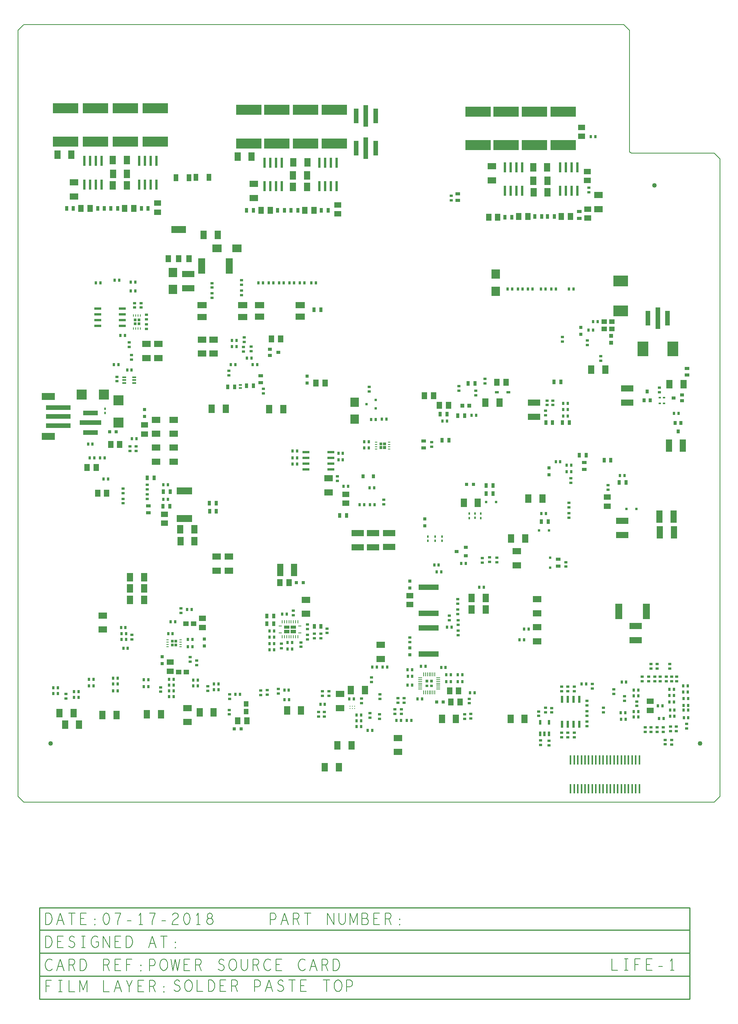
<source format=gbr>
G04 CAM350 V10.0.1 (Build 314) Date:  Tue Jul 17 14:43:08 2018 *
G04 Database: D:\LGR\2018\JULY\REL50470_POWER SOURCE BOARD\REL50470_FINAL.cam *
G04 Layer 17: SPPR *
%FSLAX25Y25*%
%MOIN*%
%SFA1.000B1.000*%

%MIA0B0*%
%IPPOS*%
%AMrect10x24xr2*
4,1,36,-0.00492,0.00984,-0.00488,0.01022,-0.00477,0.01059,-0.00459,0.01093,-0.00434,0.01123,-0.00404,0.01148,-0.00370,0.01166,-0.00333,0.01177,-0.00295,0.01181,0.00295,0.01181,0.00333,0.01177,0.00370,0.01166,0.00404,0.01148,0.00434,0.01123,0.00459,0.01093,0.00477,0.01059,0.00488,0.01022,0.00492,0.00984,0.00492,-0.00984,0.00488,-0.01022,0.00477,-0.01059,0.00459,-0.01093,0.00434,-0.01123,0.00404,-0.01148,0.00370,-0.01166,0.00333,-0.01177,0.00295,-0.01181,-0.00295,-0.01181,-0.00333,-0.01177,-0.00370,-0.01166,-0.00404,-0.01148,-0.00434,-0.01123,-0.00459,-0.01093,-0.00477,-0.01059,-0.00488,-0.01022,-0.00492,-0.00984,-0.00492,0.00984,0.00000*
%
%AMrect24x10xr2*
4,1,36,-0.01181,0.00295,-0.01177,0.00333,-0.01166,0.00370,-0.01148,0.00404,-0.01123,0.00434,-0.01093,0.00459,-0.01059,0.00477,-0.01022,0.00488,-0.00984,0.00492,0.00984,0.00492,0.01022,0.00488,0.01059,0.00477,0.01093,0.00459,0.01123,0.00434,0.01148,0.00404,0.01166,0.00370,0.01177,0.00333,0.01181,0.00295,0.01181,-0.00295,0.01177,-0.00333,0.01166,-0.00370,0.01148,-0.00404,0.01123,-0.00434,0.01093,-0.00459,0.01059,-0.00477,0.01022,-0.00488,0.00984,-0.00492,-0.00984,-0.00492,-0.01022,-0.00488,-0.01059,-0.00477,-0.01093,-0.00459,-0.01123,-0.00434,-0.01148,-0.00404,-0.01166,-0.00370,-0.01177,-0.00333,-0.01181,-0.00295,-0.01181,0.00295,0.00000*
%
%ADD10C,0.00600*%
%ADD12C,0.01000*%
%ADD18R,0.04528X0.04331*%
%ADD19R,0.02400X0.03000*%
%ADD70R,0.03000X0.02400*%
%ADD71R,0.02362X0.04331*%
%ADD20R,0.07600X0.08000*%
%ADD21R,0.05100X0.05900*%
%ADD22R,0.05500X0.07500*%
%ADD23R,0.01890X0.01575*%
%ADD24R,0.02362X0.05984*%
%ADD25R,0.03347X0.00787*%
%ADD26R,0.00787X0.03347*%
%ADD27R,0.03100X0.03100*%
%ADD28R,0.03347X0.01378*%
%ADD29R,0.05984X0.02362*%
%ADD72R,0.02800X0.04300*%
%ADD73R,0.05900X0.05100*%
%ADD30R,0.11000X0.05500*%
%ADD31rect10x24xr2*%
%ADD32R,0.01575X0.01890*%
%ADD33R,0.03543X0.02756*%
%ADD34R,0.03937X0.05906*%
%ADD35R,0.05500X0.11000*%
%ADD36R,0.05900X0.13800*%
%ADD37R,0.01575X0.08268*%
%ADD38R,0.07500X0.05500*%
%ADD39R,0.02000X0.08700*%
%ADD40R,0.22047X0.09055*%
%ADD41R,0.04016X0.12520*%
%ADD42rect24x10xr2*%
%ADD43R,0.08071X0.05709*%
%ADD44R,0.05906X0.02165*%
%ADD45R,0.02756X0.03543*%
%ADD46C,0.00945*%
%ADD47R,0.04300X0.02800*%
%ADD48R,0.13800X0.05900*%
%ADD49R,0.00984X0.02461*%
%ADD50R,0.02461X0.00984*%
%ADD51R,0.03543X0.03150*%
%ADD52R,0.08268X0.07087*%
%ADD53R,0.04724X0.06299*%
%ADD54R,0.04331X0.04528*%
%ADD55R,0.17717X0.05118*%
%ADD56R,0.01968X0.01968*%
%ADD57R,0.03150X0.03543*%
%ADD58R,0.02362X0.01968*%
%ADD59R,0.03543X0.01968*%
%ADD60R,0.12992X0.06299*%
%ADD61R,0.03543X0.03740*%
%ADD62R,0.21654X0.03937*%
%ADD63R,0.08504X0.08898*%
%ADD64R,0.09449X0.12992*%
%ADD65R,0.12520X0.04016*%
%ADD66R,0.08898X0.08504*%
%ADD67R,0.03740X0.03543*%
%ADD68R,0.02756X0.01575*%
%ADD69R,0.12992X0.09449*%
%ADD74R,0.04488X0.19016*%
%ADD75R,0.19016X0.04488*%
%ADD76R,0.11811X0.06299*%
%ADD77C,0.04000*%
%LNSPPR*%
%LPD*%
G36*
X358584Y103984D02*
G01Y106248D01*
X360848*
Y103984*
X358584*
G37*
G36*
Y99752D02*
G01Y102016D01*
X360848*
Y99752*
X358584*
G37*
G36*
X354352Y103984D02*
G01Y106248D01*
X356616*
Y103984*
X354352*
G37*
G36*
Y99752D02*
G01Y102016D01*
X356616*
Y99752*
X354352*
G37*
G36*
X317566Y309901D02*
G01Y312264D01*
X319928*
Y309901*
X317566*
G37*
G36*
Y306701D02*
G01Y309064D01*
X319928*
Y306701*
X317566*
G37*
G36*
X314366Y309901D02*
G01Y312264D01*
X316728*
Y309901*
X314366*
G37*
G36*
Y306701D02*
G01Y309064D01*
X316728*
Y306701*
X314366*
G37*
G36*
X136166Y138401D02*
G01Y140764D01*
X138528*
Y138401*
X136166*
G37*
G36*
Y135201D02*
G01Y137564D01*
X138528*
Y135201*
X136166*
G37*
G36*
X132966Y138401D02*
G01Y140764D01*
X135328*
Y138401*
X132966*
G37*
G36*
Y135201D02*
G01Y137564D01*
X135328*
Y135201*
X132966*
G37*
G36*
X103966Y417401D02*
G01Y419764D01*
X106328*
Y417401*
X103966*
G37*
G36*
Y414201D02*
G01Y416564D01*
X106328*
Y414201*
X103966*
G37*
G36*
X100766Y417401D02*
G01Y419764D01*
X103128*
Y417401*
X100766*
G37*
G36*
Y414201D02*
G01Y416564D01*
X103128*
Y414201*
X100766*
G37*
G36*
X237013Y150394D02*
G01Y153346D01*
X241777*
Y150394*
X237013*
G37*
G36*
Y146654D02*
G01Y149606D01*
X241777*
Y146654*
X237013*
G37*
G36*
X231423Y150394D02*
G01Y153346D01*
X236187*
Y150394*
X231423*
G37*
G36*
Y146654D02*
G01Y149606D01*
X236187*
Y146654*
X231423*
G37*
G54D18*
X509854Y417200D03*
Y410800D03*
G54D19*
X504069Y417200D03*
G54D70*
X461700Y49231D03*
X464100Y77731D03*
G54D71*
X461640Y69318D03*
G54D70*
X458600Y77831D03*
G54D20*
X415500Y458500D03*
G54D21*
X424437Y364500D03*
G54D22*
X279102Y30200D03*
G54D19*
X570531Y337700D03*
G54D23*
X561790Y351100D03*
Y346100D03*
G54D70*
X568400Y50031D03*
X557900Y356031D03*
G54D23*
X558010Y351100D03*
G54D19*
X570869Y80000D03*
G54D70*
X568400Y53969D03*
G54D71*
X454160Y59082D03*
G54D70*
X454300Y53469D03*
G54D19*
X347431Y89700D03*
G54D24*
X483100Y89287D03*
G54D19*
X524931Y104100D03*
G54D24*
X473100Y67713D03*
G54D70*
X472600Y60269D03*
G54D24*
X483100Y67713D03*
G54D70*
X483700Y60269D03*
G54D24*
X478100Y67713D03*
G54D70*
Y60269D03*
G54D24*
Y89287D03*
G54D70*
X464100Y81669D03*
X478100Y96131D03*
X483600D03*
G54D24*
X488100Y89287D03*
G54D25*
X349824Y99850D03*
Y101425D03*
Y106150D03*
G54D19*
X342769Y101400D03*
G54D26*
X352876Y95224D03*
G54D25*
X349824Y98276D03*
Y107724D03*
G54D19*
X342869Y109200D03*
G54D26*
X352876Y110776D03*
G54D19*
X342769Y114800D03*
G54D26*
X354450Y110776D03*
G54D19*
X354369Y117900D03*
G54D26*
X362324Y110776D03*
G54D19*
X367931Y116900D03*
G54D25*
X365376Y107724D03*
G54D19*
X372431Y110700D03*
G54D25*
X365376Y106150D03*
G54D19*
X382531Y110700D03*
G54D25*
X365376Y104575D03*
G54D19*
X372431Y104600D03*
G54D71*
X461640Y59082D03*
G54D70*
X461700Y53169D03*
G54D27*
X489300Y412253D03*
Y406347D03*
G54D26*
X354450Y95224D03*
G54D19*
X351369Y89700D03*
G54D26*
X359175Y95224D03*
Y110776D03*
G54D70*
X545500Y61031D03*
G54D19*
X98869Y375100D03*
G54D28*
X100931Y368959D03*
G54D19*
X94931Y375100D03*
G54D70*
X98800Y384331D03*
G54D28*
X100931Y366400D03*
G54D70*
X97300Y308919D03*
X102800Y304981D03*
G54D26*
X360750Y110776D03*
G54D70*
X527500Y91969D03*
G54D21*
X383137Y96400D03*
X384337Y87000D03*
G54D25*
X365376Y99850D03*
G54D19*
X382431Y104600D03*
G54D25*
X365376Y98276D03*
G54D21*
X375263Y96400D03*
G54D26*
X362324Y95224D03*
G54D21*
X376463Y87000D03*
G54D27*
X363947D03*
G54D26*
X360750Y95224D03*
G54D27*
X369853Y87000D03*
G54D19*
X556452Y83463D03*
X578852Y83963D03*
X582469Y95400D03*
G54D70*
X545500Y64969D03*
G54D29*
X250349Y303827D03*
G54D19*
X242687Y304848D03*
G54D29*
X271924Y298827D03*
G54D19*
X278613Y297352D03*
G54D29*
X250349Y298827D03*
G54D19*
X242587Y299048D03*
G54D29*
X250349Y293827D03*
G54D19*
X242587Y293548D03*
G54D72*
X285818Y249033D03*
G54D27*
X340600Y185847D03*
G54D73*
X340900Y179337D03*
G54D27*
Y133953D03*
G54D70*
Y139031D03*
G54D27*
X353900Y240047D03*
X242047Y190500D03*
G54D21*
X235737D03*
G54D27*
X110000Y335047D03*
G54D73*
Y327437D03*
G54D27*
X390047Y276000D03*
X251500Y364047D03*
G54D21*
X259063Y364000D03*
G54D27*
X461800Y290153D03*
G54D70*
X473500Y399831D03*
G54D30*
X308866Y233436D03*
X295334Y233569D03*
X322834Y233669D03*
G54D31*
X243490Y143504D03*
X235616Y156496D03*
X239553Y143504D03*
G54D19*
X52734Y90791D03*
X30797Y94291D03*
Y99291D03*
X48797Y95791D03*
G54D72*
X473557Y329407D03*
G54D70*
X410000Y212469D03*
G54D19*
X474031Y335200D03*
G54D70*
X465100Y344731D03*
G54D32*
X397400Y246810D03*
G54D19*
X477948Y346260D03*
X477969Y335200D03*
G54D72*
X464853Y329500D03*
G54D70*
X458900Y339769D03*
G54D19*
X578931Y73300D03*
G54D72*
X374600Y314100D03*
G54D32*
X392300Y250490D03*
X397400Y250590D03*
X402500Y250390D03*
G54D19*
X364231Y200000D03*
X361931Y205800D03*
G54D32*
X356400Y226810D03*
X368600D03*
X362700D03*
G54D33*
X570000Y351000D03*
G54D22*
X578602Y363000D03*
G54D70*
X495000Y396831D03*
X398000Y357169D03*
G54D21*
X361437Y353000D03*
G54D34*
X137491Y542300D03*
X166009Y542400D03*
X148909Y542300D03*
G54D72*
X80761Y515500D03*
X48167D03*
G54D34*
X154591Y542400D03*
G54D72*
X107261Y515500D03*
X75167D03*
G54D22*
X48302Y77300D03*
X53202Y67200D03*
G54D19*
X34734Y99291D03*
G54D22*
X277732Y49109D03*
G54D70*
X264800Y92231D03*
X266291Y74266D03*
X261291D03*
X264800Y96169D03*
X270300D03*
G54D31*
X229710Y156496D03*
G54D19*
X229679Y163200D03*
G54D70*
X251900Y154069D03*
X479100Y246931D03*
G54D35*
X558098Y234300D03*
G54D30*
X537100Y152802D03*
G54D35*
X557898Y248000D03*
G54D70*
X479100Y255831D03*
G54D36*
X546508Y165400D03*
G54D37*
X521445Y36500D03*
G54D19*
X67746Y451000D03*
X213093Y450911D03*
X227156D03*
X222093D03*
X84131Y453100D03*
X98037Y451500D03*
Y444000D03*
G54D22*
X460202Y551100D03*
G54D38*
X412200Y552107D03*
G54D22*
X46480Y562202D03*
X94782Y557522D03*
X82568Y535622D03*
X94802Y545600D03*
G54D19*
X429719Y445632D03*
X434782D03*
X478982D03*
G54D39*
X214424Y534861D03*
Y555361D03*
G54D40*
X200624Y571944D03*
G54D70*
X550500Y61031D03*
G54D37*
X534043Y11697D03*
G54D70*
X550500Y64969D03*
G54D37*
X530894Y11697D03*
G54D39*
X120277Y536350D03*
Y556850D03*
G54D40*
X119477Y573433D03*
G54D37*
X511996Y11697D03*
G54D19*
X447419Y445632D03*
X458619D03*
X463882D03*
G54D37*
X515146Y11697D03*
Y36500D03*
X505697Y11697D03*
X511996Y36500D03*
X502547Y11697D03*
X505697Y36500D03*
X496248Y11697D03*
X502547Y36500D03*
X493098Y11697D03*
X496248Y36500D03*
X486799Y11697D03*
X493098Y36500D03*
X483650Y11697D03*
X486799Y36500D03*
G54D19*
X245056Y450911D03*
X255056D03*
X239993D03*
G54D41*
X293996Y568000D03*
G54D37*
X521445Y11697D03*
G54D41*
X293996Y596000D03*
G54D37*
X524594Y11697D03*
X483650Y36500D03*
G54D22*
X239151Y534111D03*
X239245Y544111D03*
X203127Y560713D03*
G54D37*
X524594Y36500D03*
G54D22*
X428329Y72300D03*
G54D70*
X393600Y76469D03*
X460000Y344731D03*
X567321Y65431D03*
X388400Y72231D03*
X392300Y89669D03*
X393600Y72531D03*
G54D42*
X245065Y147047D03*
G54D70*
X246100Y138669D03*
G54D19*
X528269Y72000D03*
X535352Y73963D03*
X527969Y77500D03*
G54D43*
X245516Y421502D03*
G54D19*
X539289Y78463D03*
G54D70*
X563821Y104994D03*
X555821Y119931D03*
G54D19*
X94033Y141150D03*
G54D70*
X226300Y98069D03*
X164965Y100459D03*
G54D19*
X266869Y84900D03*
X539289Y92363D03*
G54D70*
X41765Y93759D03*
G54D19*
X321069Y117200D03*
G54D70*
X333375Y80480D03*
X550321Y119931D03*
X563821Y108931D03*
G54D19*
X582789Y89963D03*
X582869Y73300D03*
X317131Y117200D03*
X312169Y117300D03*
G54D43*
X195416Y431498D03*
X159984D03*
G54D19*
X570889Y74463D03*
X86769Y96500D03*
G54D70*
X572821Y104994D03*
X124000Y99669D03*
G54D19*
X561289Y72463D03*
X535352Y78463D03*
G54D44*
X90840Y423511D03*
G54D38*
X73900Y149798D03*
G54D19*
X89596Y151650D03*
X524031Y77500D03*
G54D44*
X90840Y418511D03*
G54D19*
X304031Y62200D03*
G54D38*
X330500Y43498D03*
G54D70*
X306159Y73383D03*
G54D19*
X524331Y72000D03*
X539289Y73963D03*
X294531Y75700D03*
G54D70*
X581400Y67769D03*
G54D45*
X547100Y356436D03*
G54D32*
X402500Y246610D03*
G54D38*
X279984Y81645D03*
G54D46*
X290669Y81097D03*
X288701D03*
G54D70*
X542821Y108931D03*
G54D19*
X477942Y340740D03*
X135269Y96500D03*
G54D32*
X392300Y246710D03*
G54D43*
X210084Y421502D03*
G54D19*
X350431Y117900D03*
X189191Y93534D03*
G54D70*
X184159Y93503D03*
G54D19*
X135269Y91500D03*
G54D70*
X562821Y50094D03*
X112400Y267169D03*
Y271531D03*
G54D19*
X371869Y116900D03*
G54D70*
X155300Y122969D03*
X149900Y125969D03*
X548321Y108931D03*
G54D73*
X127500Y249937D03*
G54D19*
X130468Y275700D03*
G54D72*
X132353Y269600D03*
G54D19*
X376369Y110700D03*
G54D70*
X141800Y168169D03*
G54D19*
X147031Y167200D03*
X338831Y114800D03*
X126431Y262900D03*
G54D47*
X113400Y257153D03*
G54D19*
X376369Y104600D03*
X444069Y150300D03*
G54D70*
X550321Y115994D03*
G54D19*
X291969Y89400D03*
G54D46*
X292638Y83066D03*
G54D70*
X298800Y89969D03*
G54D19*
X386469Y110700D03*
X386369Y104600D03*
G54D72*
X132153Y256900D03*
G54D48*
X144800Y270308D03*
G54D72*
X166647Y252600D03*
X166547Y259550D03*
G54D22*
X97398Y195100D03*
Y185600D03*
Y175700D03*
G54D70*
X581400Y63831D03*
G54D37*
X534043Y36500D03*
G54D70*
X91300Y263368D03*
G54D22*
X233929Y79500D03*
G54D70*
X211200Y93031D03*
X562821Y54031D03*
G54D26*
X356025Y95224D03*
G54D19*
X566452Y92463D03*
G54D29*
X271924Y288827D03*
G54D49*
X100547Y411339D03*
G54D50*
X141308Y135030D03*
X322661Y306547D03*
G54D28*
X100931Y363841D03*
G54D70*
X216700Y93131D03*
G54D19*
X499969Y410000D03*
X557352Y72463D03*
G54D72*
X112347Y281650D03*
X172453Y259550D03*
G54D19*
X566952Y74463D03*
G54D37*
X530894Y36500D03*
G54D72*
X172553Y252600D03*
G54D26*
X357600Y95224D03*
G54D19*
X566452Y97963D03*
G54D29*
X271924Y293827D03*
G54D19*
X147831Y134800D03*
G54D49*
X102516Y411339D03*
G54D50*
X141308Y136998D03*
X322661Y308516D03*
G54D28*
X92269Y363841D03*
G54D70*
X91300Y272268D03*
G54D19*
X389469Y207300D03*
X539289Y97363D03*
G54D51*
X389341Y213760D03*
G54D72*
X126447Y269600D03*
G54D19*
X78368Y280600D03*
X582789Y83963D03*
G54D70*
X567321Y61494D03*
X568321Y108931D03*
G54D21*
X77137Y268100D03*
G54D70*
X572821Y108931D03*
G54D19*
X578852Y89963D03*
G54D72*
X126247Y256900D03*
G54D19*
X535352Y92363D03*
G54D22*
X141298Y226700D03*
X141198Y236900D03*
G54D48*
X144800Y246292D03*
G54D19*
X338931Y109200D03*
G54D70*
X307400Y108069D03*
G54D19*
X570389Y92463D03*
G54D70*
X572321Y61494D03*
X112400Y275469D03*
G54D19*
X126531Y275700D03*
X560389Y83463D03*
G54D70*
X330566Y90116D03*
X568321Y104994D03*
X335683Y90116D03*
G54D44*
X69581Y423511D03*
G54D70*
X314600Y89531D03*
G54D22*
X173602Y492500D03*
G54D52*
X172939Y481000D03*
G54D44*
X69581Y418511D03*
G54D22*
X368594Y72102D03*
G54D70*
X327875Y80480D03*
X168600Y441969D03*
G54D19*
X329198Y70917D03*
G54D70*
X333375Y76543D03*
G54D36*
X183627Y465559D03*
G54D19*
X333135Y70917D03*
G54D70*
X327875Y76543D03*
G54D38*
X451500Y163998D03*
Y151802D03*
G54D19*
X440050Y140860D03*
X440131Y150300D03*
X578531Y95400D03*
X151669Y141200D03*
G54D49*
X104484Y411339D03*
G54D50*
X141308Y138967D03*
X322661Y310484D03*
G54D19*
X570389Y97963D03*
G54D70*
X194300Y449231D03*
G54D19*
X156334Y105991D03*
G54D38*
X147400Y69498D03*
G54D22*
X157932Y77809D03*
G54D43*
X159984Y421302D03*
X210084Y431698D03*
G54D70*
X168600Y446731D03*
X194300Y440331D03*
G54D44*
X69581Y428511D03*
G54D53*
X148755Y472002D03*
G54D70*
X555821Y115994D03*
X566821D03*
X194300Y444269D03*
G54D19*
X528869Y104100D03*
G54D54*
X198400Y78654D03*
G54D38*
X147400Y81702D03*
G54D19*
X156334Y100991D03*
G54D21*
X199096Y70534D03*
G54D53*
X130645Y472002D03*
G54D70*
X572321Y65431D03*
G54D30*
X148200Y446298D03*
G54D70*
X168600Y450669D03*
X194300Y453169D03*
X168600Y438031D03*
G54D20*
X134900Y445100D03*
G54D44*
X69581Y413511D03*
G54D22*
X73529Y75600D03*
G54D19*
X65769Y101000D03*
G54D18*
X139654Y113000D03*
G54D19*
X65769Y106500D03*
G54D73*
X132300Y113563D03*
G54D19*
X570389Y86963D03*
X199031Y385500D03*
X566452Y86963D03*
X393131Y95000D03*
X535352Y97363D03*
G54D70*
X517921Y93994D03*
X566821Y119931D03*
X96800Y395331D03*
G54D22*
X112229Y76300D03*
G54D19*
X113469Y100200D03*
G54D37*
X537193Y11697D03*
Y36500D03*
G54D70*
X508921Y81931D03*
G54D22*
X34275Y562202D03*
X82577Y557522D03*
G54D18*
X152846Y155000D03*
G54D19*
X109531Y106200D03*
G54D73*
X160500Y159437D03*
G54D19*
X170397Y102491D03*
X89231Y405300D03*
X174334Y97491D03*
X87369Y379800D03*
X305069Y313000D03*
G54D50*
X311539Y312453D03*
G54D19*
X305069Y307500D03*
G54D50*
X311539Y308516D03*
G54D70*
X111800Y423269D03*
G54D49*
X106453Y422461D03*
G54D54*
X198400Y85346D03*
G54D18*
X146346Y113000D03*
X146154Y155000D03*
G54D22*
X36098Y77300D03*
G54D19*
X34734Y94291D03*
G54D70*
X268900Y150669D03*
G54D19*
X150969Y167200D03*
G54D70*
X155300Y119031D03*
G54D19*
X193128Y93534D03*
G54D72*
X263506Y152700D03*
G54D19*
X130631Y146200D03*
G54D50*
X130186Y140935D03*
Y136998D03*
G54D70*
X101500Y429431D03*
G54D49*
X102516Y422461D03*
G54D50*
X130186Y138967D03*
G54D22*
X161398Y492500D03*
G54D50*
X311539Y310484D03*
G54D70*
X107000Y429431D03*
G54D49*
X104484Y422461D03*
G54D70*
X382800Y144931D03*
X340900Y142969D03*
G54D19*
X373031Y152000D03*
G54D70*
X388400Y76169D03*
G54D55*
X357083Y151333D03*
G54D18*
X516546Y417200D03*
G54D25*
X349824Y103000D03*
G54D26*
X356025Y110776D03*
G54D25*
X365376Y103000D03*
G54D71*
X454160Y69318D03*
G54D24*
X473100Y89287D03*
G54D29*
X271924Y303827D03*
G54D70*
X452900Y74731D03*
X472600Y96131D03*
X86200Y369369D03*
G54D19*
X278613Y302852D03*
G54D70*
X382400Y176269D03*
G54D19*
X189069Y379900D03*
G54D70*
X314500Y76069D03*
G54D19*
X90096Y146150D03*
X341965Y70902D03*
G54D70*
X496300Y533469D03*
G54D19*
X498031Y578000D03*
G54D70*
X538100Y87369D03*
X553821Y108931D03*
G54D19*
X582469Y100900D03*
X578852Y79963D03*
G54D70*
X555821Y60994D03*
X111800Y410831D03*
G54D19*
X493969Y102500D03*
G54D73*
X549821Y87400D03*
G54D22*
X289445Y97316D03*
G54D38*
X315400Y124198D03*
G54D70*
X478100Y100069D03*
Y56331D03*
X483700D03*
X527500Y88031D03*
G54D19*
X238650Y293548D03*
Y299048D03*
X282550Y297352D03*
G54D70*
X41765Y89822D03*
G54D19*
X48797Y90791D03*
G54D70*
X382387Y163256D03*
G54D19*
X401131Y186400D03*
X496031Y410000D03*
G54D70*
X266291Y78203D03*
G54D19*
X262931Y84900D03*
X474005Y340740D03*
G54D70*
X473500Y403769D03*
X246100Y134731D03*
G54D19*
X90096Y141150D03*
X298469Y65700D03*
X231731Y88900D03*
X231631Y97200D03*
G54D70*
X226300Y94131D03*
G54D19*
X170397Y97491D03*
G54D70*
X164965Y96522D03*
G54D19*
X82831Y96500D03*
X131331Y106500D03*
G54D70*
X124000Y95731D03*
G54D19*
X131331Y96500D03*
Y91500D03*
G54D70*
X306159Y77320D03*
G54D19*
X298469Y75700D03*
X202969Y385500D03*
G54D70*
X330566Y86179D03*
X335683D03*
X314600Y93469D03*
G54D19*
X288031Y89400D03*
X397069Y95000D03*
G54D70*
X111800Y419331D03*
G54D19*
X147731Y141200D03*
X151769Y134800D03*
G54D70*
X494900Y87769D03*
Y74831D03*
X499500Y102469D03*
G54D73*
X340900Y171463D03*
X490200Y578063D03*
X495100Y539763D03*
G54D55*
X357083Y163833D03*
G54D46*
X290669Y83066D03*
X288701D03*
G54D49*
X106453Y411339D03*
G54D50*
X141308Y140935D03*
X322661Y312453D03*
G54D44*
X90840Y413511D03*
G54D28*
X92269Y368959D03*
G54D70*
X542821Y104994D03*
X494900Y69769D03*
Y78769D03*
X548321Y104994D03*
X494900Y83831D03*
X499500Y98531D03*
X270300Y92231D03*
G54D38*
X172900Y213202D03*
X183500Y213102D03*
G54D70*
X558321Y108931D03*
X561221Y60994D03*
X359647Y308631D03*
G54D47*
X352782Y307641D03*
G54D19*
X365869Y205800D03*
G54D70*
X359647Y312569D03*
G54D72*
X368694Y314100D03*
G54D70*
X196800Y399631D03*
X196100Y395169D03*
G54D33*
X226536Y390500D03*
G54D70*
X213500Y358969D03*
G54D45*
X574000Y321760D03*
G54D47*
X492300Y294853D03*
G54D72*
X488047Y301100D03*
G54D22*
X566398Y363000D03*
G54D70*
X495000Y400769D03*
G54D19*
X109531Y100200D03*
X135269Y101500D03*
Y106500D03*
X235669Y88900D03*
G54D70*
X211200Y96969D03*
G54D19*
X113469Y106200D03*
X235569Y97200D03*
G54D70*
X216700Y97069D03*
G54D56*
X537631Y254700D03*
G54D70*
X479100Y250869D03*
G54D40*
X448984Y599567D03*
G54D21*
X443437Y508500D03*
G54D72*
X449547D03*
G54D40*
X474000Y599567D03*
G54D19*
X574469Y337700D03*
G54D45*
X576559Y329240D03*
G54D39*
X471500Y530750D03*
Y551250D03*
G54D40*
X448984Y570433D03*
G54D19*
X523531Y283700D03*
G54D72*
X522847Y277500D03*
G54D45*
X544541Y348955D03*
G54D72*
X460547Y508500D03*
G54D73*
X495100Y547637D03*
G54D19*
X297065Y258134D03*
G54D22*
X460502Y529700D03*
G54D39*
X476500Y530750D03*
G54D72*
X279913Y249033D03*
G54D21*
X220563Y402100D03*
G54D33*
X219055Y393059D03*
G54D19*
X527469Y283700D03*
G54D47*
X581800Y370747D03*
G54D33*
X577480Y348441D03*
G54D73*
X495500Y507063D03*
G54D47*
X488000Y507047D03*
G54D30*
X525400Y244102D03*
G54D35*
X565998Y309700D03*
G54D72*
X509647Y296800D03*
G54D19*
X102969Y315500D03*
G54D40*
X424468Y599567D03*
G54D21*
X472563Y508500D03*
G54D72*
X466453D03*
G54D39*
X423500Y530750D03*
Y551250D03*
G54D40*
X399953Y570433D03*
G54D47*
X488000Y512953D03*
G54D19*
X99031Y315500D03*
G54D70*
X102800Y308919D03*
G54D22*
X460349Y539711D03*
G54D39*
X433500Y551250D03*
G54D19*
X467631Y295500D03*
G54D70*
X479100Y259769D03*
G54D19*
X66369Y299000D03*
X71531D03*
X132800Y156400D03*
G54D73*
X512400Y256963D03*
G54D72*
X528753Y277500D03*
G54D56*
X528969Y254700D03*
G54D19*
X64869Y310900D03*
G54D27*
X85553Y321600D03*
G54D21*
X80663Y310700D03*
G54D73*
X160500Y151563D03*
G54D27*
X162200Y141453D03*
G54D72*
X455453Y508500D03*
G54D70*
X513000Y275269D03*
G54D19*
X481069Y292600D03*
G54D21*
X67937Y290500D03*
G54D70*
X480700Y281069D03*
G54D21*
X60063Y290500D03*
G54D19*
X305731Y272800D03*
G54D40*
X399953Y599567D03*
G54D72*
X493953Y301100D03*
X515553Y296800D03*
G54D35*
X227998Y201500D03*
G54D73*
X285200Y259463D03*
G54D21*
X227863Y190500D03*
X417137Y508000D03*
G54D72*
X423547D03*
G54D19*
X481169Y286900D03*
G54D39*
X486500Y530750D03*
Y551250D03*
G54D40*
X474000Y570433D03*
G54D70*
X416500Y212269D03*
G54D21*
X266937Y364000D03*
G54D32*
X368600Y230590D03*
G54D21*
X435563Y508500D03*
X480437D03*
G54D73*
X495500Y514937D03*
G54D21*
X409263Y508000D03*
G54D38*
X504900Y514898D03*
G54D57*
X309228Y282900D03*
G54D70*
X317967Y258597D03*
G54D19*
X310034Y258133D03*
G54D39*
X433500Y530750D03*
X438500Y551250D03*
Y530750D03*
G54D40*
X424468Y570433D03*
G54D22*
X251356Y534111D03*
X251449Y544111D03*
X447998Y551100D03*
G54D38*
X412200Y539903D03*
G54D22*
X448145Y539711D03*
X448298Y529700D03*
X251602Y555500D03*
X406702Y167200D03*
G54D39*
X476500Y551250D03*
G54D38*
X120100Y307902D03*
X135400Y307802D03*
X135300Y319798D03*
X120100D03*
G54D73*
X110000Y319563D03*
G54D32*
X356400Y230590D03*
G54D72*
X429453Y508000D03*
G54D22*
X190922Y560713D03*
G54D73*
X490200Y585937D03*
G54D72*
X263453Y427500D03*
X466047Y364800D03*
G54D47*
X382300Y528353D03*
G54D19*
X152397Y105991D03*
G54D70*
X183659Y76066D03*
X383500Y357231D03*
G54D21*
X191222Y70534D03*
G54D27*
X188247Y63700D03*
G54D70*
X406000Y363531D03*
G54D19*
X152397Y100991D03*
G54D72*
X367047Y337000D03*
G54D70*
X383500Y361169D03*
G54D19*
X320269Y332400D03*
G54D58*
X310937Y341760D03*
G54D20*
X292798Y332450D03*
Y347250D03*
G54D21*
X374437Y344500D03*
X416563Y364500D03*
G54D70*
X305500Y356531D03*
G54D58*
X303063Y345500D03*
G54D59*
X426421Y356000D03*
G54D58*
X310937Y349240D03*
G54D23*
X558010Y346100D03*
G54D19*
X316331Y332400D03*
X310969Y332300D03*
G54D72*
X397453Y363700D03*
X407247Y274900D03*
G54D19*
X459069Y250700D03*
G54D70*
X476300Y208369D03*
G54D22*
X399802Y259800D03*
G54D38*
X122100Y397902D03*
X111900D03*
G54D72*
X471953Y364800D03*
G54D70*
X305500Y360469D03*
G54D72*
X391547Y363700D03*
X382547Y335500D03*
G54D30*
X148200Y458502D03*
G54D70*
X376800Y526469D03*
X398000Y353231D03*
G54D22*
X418602Y347000D03*
G54D70*
X406000Y367469D03*
G54D19*
X369016Y331000D03*
X398469Y336000D03*
G54D20*
X415500Y443700D03*
X134900Y459900D03*
G54D36*
X159611Y465559D03*
G54D21*
X366563Y344500D03*
X353563Y353000D03*
G54D60*
X139700Y497198D03*
G54D53*
Y472002D03*
G54D52*
X190261Y481000D03*
G54D59*
X416579Y356000D03*
G54D19*
X372953Y331000D03*
G54D72*
Y337000D03*
X388453Y335500D03*
G54D61*
X386547Y344200D03*
G54D22*
X406398Y347000D03*
G54D19*
X436113Y140860D03*
X204131Y379900D03*
G54D32*
X75716Y337930D03*
G54D38*
X170000Y389398D03*
X160000D03*
G54D22*
X406702Y177300D03*
G54D19*
X405069Y186400D03*
X455131Y250700D03*
G54D72*
Y243400D03*
G54D56*
X453169Y236000D03*
G54D70*
X382800Y148869D03*
G54D19*
X376969Y152000D03*
G54D70*
X382887Y153956D03*
X196100Y391231D03*
X382400Y172331D03*
X375000Y161769D03*
X382387Y167193D03*
G54D40*
X200624Y601078D03*
G54D70*
X476300Y204431D03*
G54D47*
X469900Y204847D03*
G54D56*
X462600Y203569D03*
G54D47*
X211200Y364347D03*
G54D21*
X249424Y514011D03*
G54D72*
X243314D03*
G54D19*
X306097Y258133D03*
G54D39*
X271924Y534861D03*
G54D70*
X183300Y370631D03*
G54D21*
X219298Y514011D03*
G54D72*
X225908D03*
G54D47*
X211200Y370253D03*
G54D39*
X261924Y534861D03*
Y555361D03*
G54D40*
X250156Y571944D03*
G54D73*
X285200Y267337D03*
G54D19*
X287169Y274200D03*
G54D39*
X229424Y534861D03*
Y555361D03*
G54D40*
X225140Y571944D03*
G54D19*
X208069Y379900D03*
G54D41*
X311004Y596000D03*
G54D19*
X394531Y336000D03*
G54D61*
X392453Y344200D03*
G54D39*
X276924Y555361D03*
Y534861D03*
G54D40*
X275172Y571944D03*
G54D41*
X311004Y568000D03*
G54D19*
X75469Y299000D03*
G54D62*
X35221Y342651D03*
G54D63*
X55412Y353919D03*
G54D38*
X269966Y281136D03*
G54D70*
X277866Y278799D03*
G54D22*
X239398Y555500D03*
G54D39*
X271924Y555361D03*
G54D63*
X74704Y353919D03*
G54D57*
X300172Y282900D03*
G54D21*
X211424Y514011D03*
X257298D03*
G54D73*
X277947Y510774D03*
G54D38*
X205246Y524542D03*
G54D70*
X99064Y141181D03*
G54D18*
X516546Y410800D03*
G54D22*
X510602Y375400D03*
G54D30*
X529900Y346998D03*
X448686Y334550D03*
G54D70*
X458900Y335831D03*
G54D72*
X458947Y329500D03*
G54D32*
X362700Y230590D03*
G54D19*
X186031Y395500D03*
X95533Y133650D03*
G54D40*
X275172Y601078D03*
G54D41*
X564904Y420200D03*
G54D64*
X569392Y393500D03*
G54D65*
X63100Y337904D03*
G54D32*
X75716Y341710D03*
G54D62*
X35221Y334777D03*
G54D66*
X87300Y348946D03*
G54D19*
X93533Y151650D03*
G54D67*
X515800Y398847D03*
G54D19*
X186031Y401000D03*
G54D70*
X317967Y262534D03*
X202700Y391631D03*
X277866Y282736D03*
G54D40*
X250156Y601078D03*
G54D19*
X61831Y106500D03*
G54D73*
X277947Y518648D03*
G54D72*
X269814Y514011D03*
G54D22*
X230702Y341100D03*
G54D21*
X88537Y310700D03*
G54D19*
X86769Y107500D03*
G54D39*
X219424Y534861D03*
G54D70*
X202700Y395569D03*
G54D40*
X93477Y602567D03*
G54D72*
X198847Y361400D03*
G54D68*
X193500Y362278D03*
G54D27*
X125500Y126153D03*
G54D73*
X132300Y121437D03*
G54D19*
X86769Y102500D03*
G54D72*
X231814Y514011D03*
X263908D03*
G54D73*
X121300Y520137D03*
G54D21*
X54777Y515500D03*
X100651D03*
G54D38*
X48599Y526031D03*
G54D73*
X121300Y512263D03*
G54D72*
X113167Y515500D03*
G54D22*
X498398Y375400D03*
G54D72*
X188453Y360700D03*
G54D22*
X180602Y341500D03*
G54D68*
X193500Y359522D03*
G54D19*
X189969Y401000D03*
X61831Y101000D03*
G54D72*
X237408Y514011D03*
X204814D03*
X204753Y361400D03*
G54D39*
X219424Y555361D03*
G54D72*
X42261Y515500D03*
X198908Y514011D03*
G54D40*
X67477Y602567D03*
X225140Y601078D03*
G54D70*
X376800Y522531D03*
G54D47*
X382300Y522447D03*
G54D39*
X57777Y556850D03*
Y536350D03*
G54D40*
X41477Y573433D03*
G54D39*
X72777Y556850D03*
Y536350D03*
G54D40*
X67477Y573433D03*
G54D39*
X67777Y556850D03*
G54D40*
X119477Y602567D03*
G54D39*
X110277Y556850D03*
G54D40*
X41477Y602567D03*
G54D21*
X62651Y515500D03*
G54D72*
X69261D03*
G54D39*
X105277Y536350D03*
Y556850D03*
G54D40*
X93477Y573433D03*
G54D21*
X92777Y515500D03*
G54D72*
X86667D03*
G54D39*
X110277Y536350D03*
X67777D03*
G54D70*
X506800Y383231D03*
G54D19*
X307969Y62200D03*
X294531Y65700D03*
Y70700D03*
G54D47*
X469900Y210753D03*
G54D56*
X462600Y212231D03*
G54D51*
X381467Y217500D03*
G54D70*
X403600Y208031D03*
G54D72*
X407247Y267900D03*
G54D56*
X407169Y260600D03*
G54D70*
X403600Y211969D03*
G54D19*
X471569Y295500D03*
G54D36*
X522492Y165400D03*
G54D72*
X413153Y274900D03*
Y267900D03*
G54D56*
X415831Y260600D03*
G54D22*
X443798Y263500D03*
G54D38*
X433718Y217805D03*
G54D72*
X461037Y243400D03*
G54D56*
X461831Y236000D03*
G54D22*
X441102Y229000D03*
G54D69*
X524200Y426508D03*
G54D64*
X543408Y393500D03*
G54D74*
X556400Y420200D03*
X302500Y568000D03*
Y596000D03*
G54D75*
X63100Y329400D03*
G54D38*
X205246Y536747D03*
X504900Y527102D03*
G54D66*
X87300Y329654D03*
G54D38*
X48599Y538236D03*
G54D31*
X241521Y143504D03*
G54D70*
X239553Y166169D03*
G54D31*
X231679Y156496D03*
X233647D03*
G54D19*
X233616Y163200D03*
G54D70*
X263400Y142131D03*
X268900Y146731D03*
G54D31*
X241521Y156496D03*
G54D70*
X416500Y208331D03*
G54D31*
X239553Y156496D03*
G54D38*
X250500Y163398D03*
G54D70*
X239553Y162231D03*
G54D42*
X228135Y147047D03*
G54D19*
X222669Y143100D03*
Y148600D03*
G54D70*
X410000Y208532D03*
X229000Y133531D03*
G54D19*
X234431Y133000D03*
G54D31*
X229710Y143504D03*
G54D19*
X222669Y137600D03*
G54D31*
X235616Y143504D03*
G54D70*
X263400Y146069D03*
G54D19*
X238369Y138600D03*
Y133000D03*
G54D70*
X257600Y146069D03*
G54D72*
Y152700D03*
G54D19*
X218731Y143100D03*
G54D72*
X216547Y155000D03*
G54D42*
X245065Y152953D03*
G54D70*
X251900Y145069D03*
Y150131D03*
G54D31*
X233647Y143504D03*
G54D70*
X229000Y137469D03*
G54D19*
X234431Y138600D03*
G54D31*
X231679Y143504D03*
G54D19*
X222669Y132100D03*
G54D42*
X228135Y152953D03*
G54D72*
X222453Y161500D03*
Y155000D03*
G54D76*
X26363Y317454D03*
G54D45*
X571441Y329240D03*
G54D70*
X496300Y529531D03*
G54D22*
X94772Y535622D03*
G54D33*
X577480Y353559D03*
G54D70*
X298800Y86031D03*
G54D46*
X292638Y81097D03*
G54D30*
X525400Y231898D03*
G54D27*
X340900Y128047D03*
X340600Y191753D03*
X247953Y190500D03*
X395953Y276000D03*
X110000Y340953D03*
X251500Y369953D03*
G54D25*
X349824Y104575D03*
X365376Y101425D03*
G54D71*
X457900Y59082D03*
G54D43*
X195416Y421302D03*
X245516Y431698D03*
G54D24*
X488100Y67713D03*
G54D29*
X250349Y288827D03*
G54D31*
X237584Y156496D03*
Y143504D03*
X243490Y156496D03*
G54D41*
X547896Y420200D03*
G54D65*
X63100Y320896D03*
G54D47*
X581800Y376653D03*
G54D72*
X479463Y329407D03*
X182547Y360700D03*
X216547Y161500D03*
G54D35*
X570302Y234300D03*
G54D30*
X537100Y140598D03*
G54D35*
X570102Y248000D03*
X578202Y309700D03*
G54D30*
X529900Y359202D03*
G54D35*
X240202Y201500D03*
G54D30*
X308866Y221231D03*
X295334Y221364D03*
X322834Y221464D03*
X448686Y346755D03*
G54D19*
X500131Y417200D03*
G54D70*
X452900Y78669D03*
X472600Y100069D03*
X86200Y365431D03*
G54D19*
X282550Y302852D03*
G54D70*
X91300Y259431D03*
Y268331D03*
X112400Y263231D03*
G54D19*
X385531Y207300D03*
G54D70*
X480700Y277131D03*
X513000Y271331D03*
G54D19*
X477231Y286900D03*
X301002Y258134D03*
X474011Y346260D03*
X425782Y445632D03*
X438719D03*
X209156Y450911D03*
X231093D03*
X71683Y451000D03*
X482919Y445632D03*
X218156Y450911D03*
X185131Y379900D03*
G54D70*
X314500Y72131D03*
G54D19*
X94033Y146150D03*
X218731Y132100D03*
G54D70*
X251900Y141131D03*
G54D19*
X338028Y70902D03*
X88069Y453100D03*
X248993Y450911D03*
X443482Y445632D03*
X101974Y451500D03*
X258993Y450911D03*
X454682Y445632D03*
X467819D03*
X236056Y450911D03*
X101974Y444000D03*
X60931Y310900D03*
G54D70*
X97300Y304981D03*
X538100Y83431D03*
X508921Y77994D03*
X517921Y97931D03*
X553821Y104994D03*
X558321D03*
G54D19*
X578531Y100900D03*
X582789Y79963D03*
G54D70*
X561221Y64931D03*
X555821D03*
G54D19*
X83431Y379800D03*
G54D70*
X111800Y414769D03*
G54D19*
X490031Y102500D03*
G54D73*
X127500Y242063D03*
X512400Y264837D03*
X549821Y79526D03*
G54D38*
X269966Y268931D03*
G54D22*
X40998Y67200D03*
X109602Y195100D03*
Y185600D03*
Y175700D03*
X153502Y226700D03*
X153402Y236900D03*
G54D38*
X183500Y200898D03*
X172900Y200998D03*
G54D22*
X394498Y167200D03*
Y177300D03*
G54D38*
X451500Y176202D03*
Y139598D03*
G54D22*
X387598Y259800D03*
X428898Y229000D03*
X456002Y263500D03*
G54D38*
X433718Y205600D03*
X120100Y295698D03*
X135400Y295598D03*
X135300Y332002D03*
G54D22*
X218498Y341100D03*
X301650Y97316D03*
G54D38*
X279984Y93850D03*
X122100Y385698D03*
X111900D03*
X170000Y401602D03*
X160000D03*
X120100Y332002D03*
G54D22*
X168398Y341500D03*
G54D38*
X315400Y136402D03*
G54D22*
X289937Y49109D03*
G54D38*
X250500Y175602D03*
G54D22*
X266898Y30200D03*
X124434Y76300D03*
X85734Y75600D03*
X246134Y79500D03*
G54D38*
X330500Y55702D03*
G54D22*
X170137Y77809D03*
X440534Y72300D03*
X380799Y72102D03*
G54D70*
X458600Y81769D03*
G54D19*
X566931Y80000D03*
G54D70*
X454300Y49531D03*
X483600Y100069D03*
X472600Y56331D03*
G54D19*
X338831Y101400D03*
G54D70*
X557900Y359969D03*
G54D19*
X238750Y304848D03*
X52734Y95791D03*
X74431Y280600D03*
X130369Y262900D03*
G54D70*
X375000Y157831D03*
X382887Y157893D03*
G54D19*
X477131Y292600D03*
G54D70*
X506800Y387169D03*
G54D19*
X283231Y274200D03*
X309669Y272800D03*
X62431Y299000D03*
G54D70*
X261291Y78203D03*
G54D19*
X368169Y200000D03*
G54D70*
X465100Y348669D03*
X460000D03*
X183300Y374569D03*
G54D19*
X189969Y395500D03*
G54D70*
X213500Y355031D03*
X196800Y403569D03*
G54D19*
X218731Y148600D03*
Y137600D03*
G54D70*
X257600Y142131D03*
X184159Y89566D03*
G54D19*
X307031Y332300D03*
X91596Y133650D03*
G54D70*
X99064Y145118D03*
G54D19*
X298469Y70700D03*
X174334Y102491D03*
X82831Y102500D03*
Y107500D03*
X131331Y101500D03*
G54D70*
X392300Y85731D03*
G54D19*
X93169Y405300D03*
G54D70*
X98800Y388269D03*
X96800Y399269D03*
X107000Y433369D03*
X101500D03*
G54D19*
X301131Y313000D03*
Y307500D03*
X134569Y146200D03*
G54D70*
X307400Y104131D03*
G54D19*
X308231Y117300D03*
G54D70*
X494900Y65831D03*
G54D69*
X524200Y452492D03*
G54D47*
X113400Y251247D03*
G54D72*
X118253Y281650D03*
G54D47*
X492300Y288947D03*
G54D72*
X257547Y427500D03*
G54D47*
X352782Y313546D03*
G54D21*
X228437Y402100D03*
X69263Y268100D03*
G54D67*
X515800Y404753D03*
G54D55*
X357083Y128695D03*
Y186471D03*
G54D76*
X26363Y352100D03*
G54D62*
X35221Y326903D03*
G54D70*
X149900Y122031D03*
X183659Y80003D03*
G54D49*
X100547Y422461D03*
G54D50*
X130186Y135030D03*
X311539Y306547D03*
G54D44*
X90840Y428511D03*
G54D38*
X73900Y162002D03*
G54D51*
X389341Y221240D03*
G54D19*
X501969Y578000D03*
X136737Y156400D03*
G54D70*
X141800Y164231D03*
G54D28*
X92269Y366400D03*
G54D27*
X194153Y63700D03*
X125500Y120247D03*
G54D33*
X219055Y387941D03*
G54D45*
X549659Y348955D03*
G54D27*
X79647Y321600D03*
X162200Y135547D03*
X461800Y284247D03*
X353900Y245953D03*
G54D22*
X82598Y545600D03*
G54D37*
X540343Y11697D03*
X527744D03*
X518295D03*
X508846D03*
X499398D03*
X489949D03*
X480500D03*
X540343Y36500D03*
X527744D03*
X518295D03*
X508846D03*
X499398D03*
X489949D03*
X480500D03*
G54D39*
X428500Y530750D03*
Y551250D03*
X62777Y536350D03*
Y556850D03*
X266924Y534861D03*
Y555361D03*
X115277Y556850D03*
Y536350D03*
X224424Y555361D03*
Y534861D03*
X481500Y551250D03*
Y530750D03*
G54D26*
X357600Y110776D03*
G54D77*
X553500Y535500D03*
X593000Y51000D03*
X28500D03*
G54D12*
X18600Y-131100D02*
G01X583950D01*
X18600Y-91900D02*
G01X584100D01*
X18600Y-111100D02*
G01X584050D01*
X18600Y-151100D02*
G01X584100D01*
Y-151100D02*
G01Y-150950D01*
X18600Y-91769D02*
G01Y-171100D01*
X584100Y-91864D02*
G01Y-171100D01*
Y-171100D02*
G01X18600D01*
G54D10*
X29600Y-137233D02*
G01X28850Y-136733D01*
Y-136733D02*
G01X27975Y-136400D01*
Y-136400D02*
G01X26975D01*
Y-136400D02*
G01X25850Y-136900D01*
Y-136900D02*
G01X24975Y-137733D01*
Y-137733D02*
G01X24350Y-138733D01*
Y-138733D02*
G01X23850Y-140400D01*
Y-140400D02*
G01X23725Y-141900D01*
Y-141900D02*
G01X23975Y-143400D01*
Y-143400D02*
G01X24350Y-144400D01*
Y-144400D02*
G01X25100Y-145400D01*
Y-145400D02*
G01X25975Y-146067D01*
Y-146067D02*
G01X26850Y-146400D01*
Y-146400D02*
G01X27725D01*
Y-146400D02*
G01X28600Y-146067D01*
Y-146067D02*
G01X29350Y-145567D01*
Y-145567D02*
G01X29975Y-144900D01*
X33725Y-146400D02*
G01X36850Y-136400D01*
Y-136400D02*
G01X39975Y-146400D01*
X38850Y-142900D02*
G01X34850D01*
X44350Y-146400D02*
G01Y-136400D01*
Y-136400D02*
G01X47475D01*
Y-136400D02*
G01X48475Y-136900D01*
Y-136900D02*
G01X49100Y-137567D01*
Y-137567D02*
G01X49350Y-138900D01*
Y-138900D02*
G01X49100Y-140233D01*
Y-140233D02*
G01X48350Y-141067D01*
Y-141067D02*
G01X47475Y-141567D01*
Y-141567D02*
G01X44350D01*
X47475D02*
G01X49350Y-146400D01*
X54100D02*
G01Y-136400D01*
Y-136400D02*
G01X56600D01*
Y-136400D02*
G01X57600Y-136900D01*
Y-136900D02*
G01X58350Y-137567D01*
Y-137567D02*
G01X58975Y-138567D01*
Y-138567D02*
G01X59475Y-139734D01*
Y-139734D02*
G01X59600Y-141400D01*
Y-141400D02*
G01X59475Y-143067D01*
Y-143067D02*
G01X58975Y-144233D01*
Y-144233D02*
G01X58350Y-145234D01*
Y-145234D02*
G01X57600Y-145900D01*
Y-145900D02*
G01X56600Y-146400D01*
Y-146400D02*
G01X54100D01*
X74350D02*
G01Y-136400D01*
Y-136400D02*
G01X77475D01*
Y-136400D02*
G01X78475Y-136900D01*
Y-136900D02*
G01X79100Y-137567D01*
Y-137567D02*
G01X79350Y-138900D01*
Y-138900D02*
G01X79100Y-140233D01*
Y-140233D02*
G01X78350Y-141067D01*
Y-141067D02*
G01X77475Y-141567D01*
Y-141567D02*
G01X74350D01*
X77475D02*
G01X79350Y-146400D01*
X89350D02*
G01X84350D01*
Y-146400D02*
G01Y-136400D01*
Y-136400D02*
G01X89350D01*
X87350Y-141233D02*
G01X84350D01*
X94475Y-146400D02*
G01Y-136400D01*
Y-136400D02*
G01X99225D01*
X97475Y-141233D02*
G01X94475D01*
X106850Y-146733D02*
G01X106600Y-146567D01*
Y-146567D02*
G01Y-146233D01*
Y-146233D02*
G01X106850Y-146067D01*
Y-146067D02*
G01X107100Y-146233D01*
Y-146233D02*
G01Y-146567D01*
Y-146567D02*
G01X106850Y-146733D01*
Y-142234D02*
G01X106600Y-142067D01*
Y-142067D02*
G01Y-141733D01*
Y-141733D02*
G01X106850Y-141567D01*
Y-141567D02*
G01X107100Y-141733D01*
Y-141733D02*
G01Y-142067D01*
Y-142067D02*
G01X106850Y-142234D01*
X114350Y-146400D02*
G01Y-136400D01*
Y-136400D02*
G01X117350D01*
Y-136400D02*
G01X118350Y-136900D01*
Y-136900D02*
G01X119100Y-138067D01*
Y-138067D02*
G01X119350Y-139400D01*
Y-139400D02*
G01X119100Y-140733D01*
Y-140733D02*
G01X118475Y-141733D01*
Y-141733D02*
G01X117350Y-142234D01*
Y-142234D02*
G01X114350D01*
X126850Y-146400D02*
G01X125850Y-146233D01*
Y-146233D02*
G01X124975Y-145567D01*
Y-145567D02*
G01X124225Y-144567D01*
Y-144567D02*
G01X123725Y-143400D01*
Y-143400D02*
G01X123475Y-142067D01*
Y-142067D02*
G01Y-140733D01*
Y-140733D02*
G01X123725Y-139400D01*
Y-139400D02*
G01X124225Y-138233D01*
Y-138233D02*
G01X124975Y-137233D01*
Y-137233D02*
G01X125850Y-136567D01*
Y-136567D02*
G01X126850Y-136400D01*
Y-136400D02*
G01X127850Y-136567D01*
Y-136567D02*
G01X128725Y-137233D01*
Y-137233D02*
G01X129475Y-138233D01*
Y-138233D02*
G01X129975Y-139400D01*
Y-139400D02*
G01X130225Y-140733D01*
Y-140733D02*
G01Y-142067D01*
Y-142067D02*
G01X129975Y-143400D01*
Y-143400D02*
G01X129475Y-144567D01*
Y-144567D02*
G01X128725Y-145567D01*
Y-145567D02*
G01X127850Y-146233D01*
Y-146233D02*
G01X126850Y-146400D01*
X133100Y-136400D02*
G01X134850Y-146400D01*
Y-146400D02*
G01X136850Y-136400D01*
Y-136400D02*
G01X138850Y-146400D01*
Y-146400D02*
G01X140600Y-136400D01*
X149350Y-146400D02*
G01X144350D01*
Y-146400D02*
G01Y-136400D01*
Y-136400D02*
G01X149350D01*
X147350Y-141233D02*
G01X144350D01*
X154350Y-146400D02*
G01Y-136400D01*
Y-136400D02*
G01X157475D01*
Y-136400D02*
G01X158475Y-136900D01*
Y-136900D02*
G01X159100Y-137567D01*
Y-137567D02*
G01X159350Y-138900D01*
Y-138900D02*
G01X159100Y-140233D01*
Y-140233D02*
G01X158350Y-141067D01*
Y-141067D02*
G01X157475Y-141567D01*
Y-141567D02*
G01X154350D01*
X157475D02*
G01X159350Y-146400D01*
X174225Y-145067D02*
G01X175225Y-145900D01*
Y-145900D02*
G01X176350Y-146400D01*
Y-146400D02*
G01X177350D01*
Y-146400D02*
G01X178350Y-145900D01*
Y-145900D02*
G01X179100Y-145067D01*
Y-145067D02*
G01X179475Y-143900D01*
Y-143900D02*
G01X179225Y-142734D01*
Y-142734D02*
G01X178600Y-141733D01*
Y-141733D02*
G01X177475Y-141067D01*
Y-141067D02*
G01X175975Y-140733D01*
Y-140733D02*
G01X175100Y-140067D01*
Y-140067D02*
G01X174725Y-138900D01*
Y-138900D02*
G01X174975Y-137733D01*
Y-137733D02*
G01X175600Y-136900D01*
Y-136900D02*
G01X176475Y-136400D01*
Y-136400D02*
G01X177350D01*
Y-136400D02*
G01X178225Y-136733D01*
Y-136733D02*
G01X178975Y-137567D01*
X186850Y-146400D02*
G01X185850Y-146233D01*
Y-146233D02*
G01X184975Y-145567D01*
Y-145567D02*
G01X184225Y-144567D01*
Y-144567D02*
G01X183725Y-143400D01*
Y-143400D02*
G01X183475Y-142067D01*
Y-142067D02*
G01Y-140733D01*
Y-140733D02*
G01X183725Y-139400D01*
Y-139400D02*
G01X184225Y-138233D01*
Y-138233D02*
G01X184975Y-137233D01*
Y-137233D02*
G01X185850Y-136567D01*
Y-136567D02*
G01X186850Y-136400D01*
Y-136400D02*
G01X187850Y-136567D01*
Y-136567D02*
G01X188725Y-137233D01*
Y-137233D02*
G01X189475Y-138233D01*
Y-138233D02*
G01X189975Y-139400D01*
Y-139400D02*
G01X190225Y-140733D01*
Y-140733D02*
G01Y-142067D01*
Y-142067D02*
G01X189975Y-143400D01*
Y-143400D02*
G01X189475Y-144567D01*
Y-144567D02*
G01X188725Y-145567D01*
Y-145567D02*
G01X187850Y-146233D01*
Y-146233D02*
G01X186850Y-146400D01*
X194100Y-136400D02*
G01Y-143567D01*
Y-143567D02*
G01X194600Y-145067D01*
Y-145067D02*
G01X195600Y-146067D01*
Y-146067D02*
G01X196850Y-146400D01*
Y-146400D02*
G01X198100Y-146067D01*
Y-146067D02*
G01X199100Y-145067D01*
Y-145067D02*
G01X199600Y-143567D01*
Y-143567D02*
G01Y-136400D01*
X204350Y-146400D02*
G01Y-136400D01*
Y-136400D02*
G01X207475D01*
Y-136400D02*
G01X208475Y-136900D01*
Y-136900D02*
G01X209100Y-137567D01*
Y-137567D02*
G01X209350Y-138900D01*
Y-138900D02*
G01X209100Y-140233D01*
Y-140233D02*
G01X208350Y-141067D01*
Y-141067D02*
G01X207475Y-141567D01*
Y-141567D02*
G01X204350D01*
X207475D02*
G01X209350Y-146400D01*
X219600Y-137233D02*
G01X218850Y-136733D01*
Y-136733D02*
G01X217975Y-136400D01*
Y-136400D02*
G01X216975D01*
Y-136400D02*
G01X215850Y-136900D01*
Y-136900D02*
G01X214975Y-137733D01*
Y-137733D02*
G01X214350Y-138733D01*
Y-138733D02*
G01X213850Y-140400D01*
Y-140400D02*
G01X213725Y-141900D01*
Y-141900D02*
G01X213975Y-143400D01*
Y-143400D02*
G01X214350Y-144400D01*
Y-144400D02*
G01X215100Y-145400D01*
Y-145400D02*
G01X215975Y-146067D01*
Y-146067D02*
G01X216850Y-146400D01*
Y-146400D02*
G01X217725D01*
Y-146400D02*
G01X218600Y-146067D01*
Y-146067D02*
G01X219350Y-145567D01*
Y-145567D02*
G01X219975Y-144900D01*
X229350Y-146400D02*
G01X224350D01*
Y-146400D02*
G01Y-136400D01*
Y-136400D02*
G01X229350D01*
X227350Y-141233D02*
G01X224350D01*
X249600Y-137233D02*
G01X248850Y-136733D01*
Y-136733D02*
G01X247975Y-136400D01*
Y-136400D02*
G01X246975D01*
Y-136400D02*
G01X245850Y-136900D01*
Y-136900D02*
G01X244975Y-137733D01*
Y-137733D02*
G01X244350Y-138733D01*
Y-138733D02*
G01X243850Y-140400D01*
Y-140400D02*
G01X243725Y-141900D01*
Y-141900D02*
G01X243975Y-143400D01*
Y-143400D02*
G01X244350Y-144400D01*
Y-144400D02*
G01X245100Y-145400D01*
Y-145400D02*
G01X245975Y-146067D01*
Y-146067D02*
G01X246850Y-146400D01*
Y-146400D02*
G01X247725D01*
Y-146400D02*
G01X248600Y-146067D01*
Y-146067D02*
G01X249350Y-145567D01*
Y-145567D02*
G01X249975Y-144900D01*
X253725Y-146400D02*
G01X256850Y-136400D01*
Y-136400D02*
G01X259975Y-146400D01*
X258850Y-142900D02*
G01X254850D01*
X264350Y-146400D02*
G01Y-136400D01*
Y-136400D02*
G01X267475D01*
Y-136400D02*
G01X268475Y-136900D01*
Y-136900D02*
G01X269100Y-137567D01*
Y-137567D02*
G01X269350Y-138900D01*
Y-138900D02*
G01X269100Y-140233D01*
Y-140233D02*
G01X268350Y-141067D01*
Y-141067D02*
G01X267475Y-141567D01*
Y-141567D02*
G01X264350D01*
X267475D02*
G01X269350Y-146400D01*
X274100D02*
G01Y-136400D01*
Y-136400D02*
G01X276600D01*
Y-136400D02*
G01X277600Y-136900D01*
Y-136900D02*
G01X278350Y-137567D01*
Y-137567D02*
G01X278975Y-138567D01*
Y-138567D02*
G01X279475Y-139734D01*
Y-139734D02*
G01X279600Y-141400D01*
Y-141400D02*
G01X279475Y-143067D01*
Y-143067D02*
G01X278975Y-144233D01*
Y-144233D02*
G01X278350Y-145234D01*
Y-145234D02*
G01X277600Y-145900D01*
Y-145900D02*
G01X276600Y-146400D01*
Y-146400D02*
G01X274100D01*
X24475Y-164900D02*
G01Y-154900D01*
Y-154900D02*
G01X29225D01*
X27475Y-159733D02*
G01X24475D01*
X35350Y-154900D02*
G01X38350D01*
X36850D02*
G01Y-164900D01*
X35350D02*
G01X38350D01*
X44350Y-154900D02*
G01Y-164900D01*
Y-164900D02*
G01X49350D01*
X53600D02*
G01Y-154900D01*
Y-154900D02*
G01X56850Y-163233D01*
Y-163233D02*
G01X60100Y-154900D01*
Y-154900D02*
G01Y-164900D01*
X74350Y-154900D02*
G01Y-164900D01*
Y-164900D02*
G01X79350D01*
X83725D02*
G01X86850Y-154900D01*
Y-154900D02*
G01X89975Y-164900D01*
X88850Y-161400D02*
G01X84850D01*
X96850Y-164900D02*
G01Y-160400D01*
Y-160400D02*
G01X94350Y-154900D01*
X99350D02*
G01X96850Y-160400D01*
X109350Y-164900D02*
G01X104350D01*
Y-164900D02*
G01Y-154900D01*
Y-154900D02*
G01X109350D01*
X107350Y-159733D02*
G01X104350D01*
X114350Y-164900D02*
G01Y-154900D01*
Y-154900D02*
G01X117475D01*
Y-154900D02*
G01X118475Y-155400D01*
Y-155400D02*
G01X119100Y-156067D01*
Y-156067D02*
G01X119350Y-157400D01*
Y-157400D02*
G01X119100Y-158733D01*
Y-158733D02*
G01X118350Y-159567D01*
Y-159567D02*
G01X117475Y-160067D01*
Y-160067D02*
G01X114350D01*
X117475D02*
G01X119350Y-164900D01*
X126850Y-165233D02*
G01X126600Y-165067D01*
Y-165067D02*
G01Y-164733D01*
Y-164733D02*
G01X126850Y-164567D01*
Y-164567D02*
G01X127100Y-164733D01*
Y-164733D02*
G01Y-165067D01*
Y-165067D02*
G01X126850Y-165233D01*
Y-160734D02*
G01X126600Y-160567D01*
Y-160567D02*
G01Y-160233D01*
Y-160233D02*
G01X126850Y-160067D01*
Y-160067D02*
G01X127100Y-160233D01*
Y-160233D02*
G01Y-160567D01*
Y-160567D02*
G01X126850Y-160734D01*
X24100Y-126400D02*
G01Y-116400D01*
Y-116400D02*
G01X26600D01*
Y-116400D02*
G01X27600Y-116900D01*
Y-116900D02*
G01X28350Y-117567D01*
Y-117567D02*
G01X28975Y-118567D01*
Y-118567D02*
G01X29475Y-119734D01*
Y-119734D02*
G01X29600Y-121400D01*
Y-121400D02*
G01X29475Y-123067D01*
Y-123067D02*
G01X28975Y-124233D01*
Y-124233D02*
G01X28350Y-125234D01*
Y-125234D02*
G01X27600Y-125900D01*
Y-125900D02*
G01X26600Y-126400D01*
Y-126400D02*
G01X24100D01*
X39350D02*
G01X34350D01*
Y-126400D02*
G01Y-116400D01*
Y-116400D02*
G01X39350D01*
X37350Y-121233D02*
G01X34350D01*
X44225Y-125067D02*
G01X45225Y-125900D01*
Y-125900D02*
G01X46350Y-126400D01*
Y-126400D02*
G01X47350D01*
Y-126400D02*
G01X48350Y-125900D01*
Y-125900D02*
G01X49100Y-125067D01*
Y-125067D02*
G01X49475Y-123900D01*
Y-123900D02*
G01X49225Y-122734D01*
Y-122734D02*
G01X48600Y-121733D01*
Y-121733D02*
G01X47475Y-121067D01*
Y-121067D02*
G01X45975Y-120733D01*
Y-120733D02*
G01X45100Y-120067D01*
Y-120067D02*
G01X44725Y-118900D01*
Y-118900D02*
G01X44975Y-117733D01*
Y-117733D02*
G01X45600Y-116900D01*
Y-116900D02*
G01X46475Y-116400D01*
Y-116400D02*
G01X47350D01*
Y-116400D02*
G01X48225Y-116733D01*
Y-116733D02*
G01X48975Y-117567D01*
X55350Y-116400D02*
G01X58350D01*
X56850D02*
G01Y-126400D01*
X55350D02*
G01X58350D01*
X67600Y-121400D02*
G01X70100D01*
Y-121400D02*
G01Y-124400D01*
Y-124400D02*
G01X69350Y-125400D01*
Y-125400D02*
G01X68475Y-126067D01*
Y-126067D02*
G01X67225Y-126400D01*
Y-126400D02*
G01X65975Y-126067D01*
Y-126067D02*
G01X65100Y-125400D01*
Y-125400D02*
G01X64350Y-124400D01*
Y-124400D02*
G01X63850Y-123233D01*
Y-123233D02*
G01X63600Y-121900D01*
Y-121900D02*
G01Y-120733D01*
Y-120733D02*
G01X63850Y-119734D01*
Y-119734D02*
G01X64350Y-118567D01*
Y-118567D02*
G01X65100Y-117567D01*
Y-117567D02*
G01X65850Y-116900D01*
Y-116900D02*
G01X66850Y-116400D01*
Y-116400D02*
G01X67725D01*
Y-116400D02*
G01X68725Y-116733D01*
Y-116733D02*
G01X69475Y-117400D01*
X73975Y-126400D02*
G01Y-116400D01*
Y-116400D02*
G01X79725Y-126400D01*
Y-126400D02*
G01Y-116400D01*
X89350Y-126400D02*
G01X84350D01*
Y-126400D02*
G01Y-116400D01*
Y-116400D02*
G01X89350D01*
X87350Y-121233D02*
G01X84350D01*
X94100Y-126400D02*
G01Y-116400D01*
Y-116400D02*
G01X96600D01*
Y-116400D02*
G01X97600Y-116900D01*
Y-116900D02*
G01X98350Y-117567D01*
Y-117567D02*
G01X98975Y-118567D01*
Y-118567D02*
G01X99475Y-119734D01*
Y-119734D02*
G01X99600Y-121400D01*
Y-121400D02*
G01X99475Y-123067D01*
Y-123067D02*
G01X98975Y-124233D01*
Y-124233D02*
G01X98350Y-125234D01*
Y-125234D02*
G01X97600Y-125900D01*
Y-125900D02*
G01X96600Y-126400D01*
Y-126400D02*
G01X94100D01*
X113725D02*
G01X116850Y-116400D01*
Y-116400D02*
G01X119975Y-126400D01*
X118850Y-122900D02*
G01X114850D01*
X126850Y-116400D02*
G01Y-126400D01*
X123975Y-116400D02*
G01X129725D01*
X136850Y-126733D02*
G01X136600Y-126567D01*
Y-126567D02*
G01Y-126233D01*
Y-126233D02*
G01X136850Y-126067D01*
Y-126067D02*
G01X137100Y-126233D01*
Y-126233D02*
G01Y-126567D01*
Y-126567D02*
G01X136850Y-126733D01*
Y-122234D02*
G01X136600Y-122067D01*
Y-122067D02*
G01Y-121733D01*
Y-121733D02*
G01X136850Y-121567D01*
Y-121567D02*
G01X137100Y-121733D01*
Y-121733D02*
G01Y-122067D01*
Y-122067D02*
G01X136850Y-122234D01*
X24100Y-106400D02*
G01Y-96400D01*
Y-96400D02*
G01X26600D01*
Y-96400D02*
G01X27600Y-96900D01*
Y-96900D02*
G01X28350Y-97567D01*
Y-97567D02*
G01X28975Y-98567D01*
Y-98567D02*
G01X29475Y-99734D01*
Y-99734D02*
G01X29600Y-101400D01*
Y-101400D02*
G01X29475Y-103067D01*
Y-103067D02*
G01X28975Y-104233D01*
Y-104233D02*
G01X28350Y-105234D01*
Y-105234D02*
G01X27600Y-105900D01*
Y-105900D02*
G01X26600Y-106400D01*
Y-106400D02*
G01X24100D01*
X33725D02*
G01X36850Y-96400D01*
Y-96400D02*
G01X39975Y-106400D01*
X38850Y-102900D02*
G01X34850D01*
X46850Y-96400D02*
G01Y-106400D01*
X43975Y-96400D02*
G01X49725D01*
X59350Y-106400D02*
G01X54350D01*
Y-106400D02*
G01Y-96400D01*
Y-96400D02*
G01X59350D01*
X57350Y-101233D02*
G01X54350D01*
X66850Y-106733D02*
G01X66600Y-106567D01*
Y-106567D02*
G01Y-106233D01*
Y-106233D02*
G01X66850Y-106067D01*
Y-106067D02*
G01X67100Y-106233D01*
Y-106233D02*
G01Y-106567D01*
Y-106567D02*
G01X66850Y-106733D01*
Y-102234D02*
G01X66600Y-102067D01*
Y-102067D02*
G01Y-101733D01*
Y-101733D02*
G01X66850Y-101567D01*
Y-101567D02*
G01X67100Y-101733D01*
Y-101733D02*
G01Y-102067D01*
Y-102067D02*
G01X66850Y-102234D01*
X76850Y-96400D02*
G01X75850Y-96733D01*
Y-96733D02*
G01X75100Y-97567D01*
Y-97567D02*
G01X74600Y-98567D01*
Y-98567D02*
G01X74225Y-99900D01*
Y-99900D02*
G01X74100Y-101400D01*
Y-101400D02*
G01X74225Y-102900D01*
Y-102900D02*
G01X74600Y-104233D01*
Y-104233D02*
G01X75100Y-105234D01*
Y-105234D02*
G01X75850Y-106067D01*
Y-106067D02*
G01X76850Y-106400D01*
Y-106400D02*
G01X77850Y-106067D01*
Y-106067D02*
G01X78600Y-105234D01*
Y-105234D02*
G01X79100Y-104233D01*
Y-104233D02*
G01X79475Y-102900D01*
Y-102900D02*
G01X79600Y-101400D01*
Y-101400D02*
G01X79475Y-99900D01*
Y-99900D02*
G01X79100Y-98567D01*
Y-98567D02*
G01X78600Y-97567D01*
Y-97567D02*
G01X77850Y-96733D01*
Y-96733D02*
G01X76850Y-96400D01*
X86600Y-106400D02*
G01X86850Y-104233D01*
Y-104233D02*
G01X87225Y-102400D01*
Y-102400D02*
G01X87725Y-100733D01*
Y-100733D02*
G01X88350Y-98900D01*
Y-98900D02*
G01X89350Y-96400D01*
Y-96400D02*
G01X84350D01*
X95225Y-103067D02*
G01X98475D01*
X106850Y-106400D02*
G01Y-96400D01*
Y-96400D02*
G01X105350Y-98400D01*
Y-106400D02*
G01X108350D01*
X116600D02*
G01X116850Y-104233D01*
Y-104233D02*
G01X117225Y-102400D01*
Y-102400D02*
G01X117725Y-100733D01*
Y-100733D02*
G01X118350Y-98900D01*
Y-98900D02*
G01X119350Y-96400D01*
Y-96400D02*
G01X114350D01*
X125225Y-103067D02*
G01X128475D01*
X134475Y-98067D02*
G01X135225Y-97067D01*
Y-97067D02*
G01X136100Y-96567D01*
Y-96567D02*
G01X137100Y-96400D01*
Y-96400D02*
G01X138350Y-96733D01*
Y-96733D02*
G01X139225Y-97567D01*
Y-97567D02*
G01X139475Y-98567D01*
Y-98567D02*
G01X139350Y-99567D01*
Y-99567D02*
G01X138850Y-100400D01*
Y-100400D02*
G01X136350Y-102067D01*
Y-102067D02*
G01X135225Y-103233D01*
Y-103233D02*
G01X134475Y-104900D01*
Y-104900D02*
G01X134225Y-106400D01*
Y-106400D02*
G01X139475D01*
X146850Y-96400D02*
G01X145850Y-96733D01*
Y-96733D02*
G01X145100Y-97567D01*
Y-97567D02*
G01X144600Y-98567D01*
Y-98567D02*
G01X144225Y-99900D01*
Y-99900D02*
G01X144100Y-101400D01*
Y-101400D02*
G01X144225Y-102900D01*
Y-102900D02*
G01X144600Y-104233D01*
Y-104233D02*
G01X145100Y-105234D01*
Y-105234D02*
G01X145850Y-106067D01*
Y-106067D02*
G01X146850Y-106400D01*
Y-106400D02*
G01X147850Y-106067D01*
Y-106067D02*
G01X148600Y-105234D01*
Y-105234D02*
G01X149100Y-104233D01*
Y-104233D02*
G01X149475Y-102900D01*
Y-102900D02*
G01X149600Y-101400D01*
Y-101400D02*
G01X149475Y-99900D01*
Y-99900D02*
G01X149100Y-98567D01*
Y-98567D02*
G01X148600Y-97567D01*
Y-97567D02*
G01X147850Y-96733D01*
Y-96733D02*
G01X146850Y-96400D01*
X156850Y-106400D02*
G01Y-96400D01*
Y-96400D02*
G01X155350Y-98400D01*
Y-106400D02*
G01X158350D01*
X166850D02*
G01X167725Y-106233D01*
Y-106233D02*
G01X168725Y-105733D01*
Y-105733D02*
G01X169350Y-104900D01*
Y-104900D02*
G01X169600Y-103733D01*
Y-103733D02*
G01X169350Y-102567D01*
Y-102567D02*
G01X168600Y-101567D01*
Y-101567D02*
G01X167475Y-101067D01*
Y-101067D02*
G01X166225D01*
Y-101067D02*
G01X165475Y-100733D01*
Y-100733D02*
G01X164850Y-99900D01*
Y-99900D02*
G01X164600Y-98733D01*
Y-98733D02*
G01X164975Y-97567D01*
Y-97567D02*
G01X165850Y-96733D01*
Y-96733D02*
G01X166850Y-96400D01*
Y-96400D02*
G01X167850Y-96733D01*
Y-96733D02*
G01X168725Y-97567D01*
Y-97567D02*
G01X169100Y-98733D01*
Y-98733D02*
G01X168850Y-99900D01*
Y-99900D02*
G01X168225Y-100733D01*
Y-100733D02*
G01X167475Y-101067D01*
Y-101067D02*
G01X166225D01*
Y-101067D02*
G01X165100Y-101567D01*
Y-101567D02*
G01X164350Y-102567D01*
Y-102567D02*
G01X164100Y-103733D01*
Y-103733D02*
G01X164350Y-104900D01*
Y-104900D02*
G01X164975Y-105733D01*
Y-105733D02*
G01X165975Y-106233D01*
Y-106233D02*
G01X166850Y-106400D01*
X135725Y-163167D02*
G01X136725Y-164000D01*
Y-164000D02*
G01X137850Y-164500D01*
Y-164500D02*
G01X138850D01*
Y-164500D02*
G01X139850Y-164000D01*
Y-164000D02*
G01X140600Y-163167D01*
Y-163167D02*
G01X140975Y-162000D01*
Y-162000D02*
G01X140725Y-160834D01*
Y-160834D02*
G01X140100Y-159833D01*
Y-159833D02*
G01X138975Y-159167D01*
Y-159167D02*
G01X137475Y-158833D01*
Y-158833D02*
G01X136600Y-158167D01*
Y-158167D02*
G01X136225Y-157000D01*
Y-157000D02*
G01X136475Y-155833D01*
Y-155833D02*
G01X137100Y-155000D01*
Y-155000D02*
G01X137975Y-154500D01*
Y-154500D02*
G01X138850D01*
Y-154500D02*
G01X139725Y-154833D01*
Y-154833D02*
G01X140475Y-155667D01*
X148350Y-164500D02*
G01X147350Y-164333D01*
Y-164333D02*
G01X146475Y-163667D01*
Y-163667D02*
G01X145725Y-162667D01*
Y-162667D02*
G01X145225Y-161500D01*
Y-161500D02*
G01X144975Y-160167D01*
Y-160167D02*
G01Y-158833D01*
Y-158833D02*
G01X145225Y-157500D01*
Y-157500D02*
G01X145725Y-156333D01*
Y-156333D02*
G01X146475Y-155333D01*
Y-155333D02*
G01X147350Y-154667D01*
Y-154667D02*
G01X148350Y-154500D01*
Y-154500D02*
G01X149350Y-154667D01*
Y-154667D02*
G01X150225Y-155333D01*
Y-155333D02*
G01X150975Y-156333D01*
Y-156333D02*
G01X151475Y-157500D01*
Y-157500D02*
G01X151725Y-158833D01*
Y-158833D02*
G01Y-160167D01*
Y-160167D02*
G01X151475Y-161500D01*
Y-161500D02*
G01X150975Y-162667D01*
Y-162667D02*
G01X150225Y-163667D01*
Y-163667D02*
G01X149350Y-164333D01*
Y-164333D02*
G01X148350Y-164500D01*
X155850Y-154500D02*
G01Y-164500D01*
Y-164500D02*
G01X160850D01*
X165600D02*
G01Y-154500D01*
Y-154500D02*
G01X168100D01*
Y-154500D02*
G01X169100Y-155000D01*
Y-155000D02*
G01X169850Y-155667D01*
Y-155667D02*
G01X170475Y-156667D01*
Y-156667D02*
G01X170975Y-157834D01*
Y-157834D02*
G01X171100Y-159500D01*
Y-159500D02*
G01X170975Y-161167D01*
Y-161167D02*
G01X170475Y-162333D01*
Y-162333D02*
G01X169850Y-163334D01*
Y-163334D02*
G01X169100Y-164000D01*
Y-164000D02*
G01X168100Y-164500D01*
Y-164500D02*
G01X165600D01*
X180850D02*
G01X175850D01*
Y-164500D02*
G01Y-154500D01*
Y-154500D02*
G01X180850D01*
X178850Y-159333D02*
G01X175850D01*
X185850Y-164500D02*
G01Y-154500D01*
Y-154500D02*
G01X188975D01*
Y-154500D02*
G01X189975Y-155000D01*
Y-155000D02*
G01X190600Y-155667D01*
Y-155667D02*
G01X190850Y-157000D01*
Y-157000D02*
G01X190600Y-158333D01*
Y-158333D02*
G01X189850Y-159167D01*
Y-159167D02*
G01X188975Y-159667D01*
Y-159667D02*
G01X185850D01*
X188975D02*
G01X190850Y-164500D01*
X205850D02*
G01Y-154500D01*
Y-154500D02*
G01X208850D01*
Y-154500D02*
G01X209850Y-155000D01*
Y-155000D02*
G01X210600Y-156167D01*
Y-156167D02*
G01X210850Y-157500D01*
Y-157500D02*
G01X210600Y-158833D01*
Y-158833D02*
G01X209975Y-159833D01*
Y-159833D02*
G01X208850Y-160334D01*
Y-160334D02*
G01X205850D01*
X215225Y-164500D02*
G01X218350Y-154500D01*
Y-154500D02*
G01X221475Y-164500D01*
X220350Y-161000D02*
G01X216350D01*
X225725Y-163167D02*
G01X226725Y-164000D01*
Y-164000D02*
G01X227850Y-164500D01*
Y-164500D02*
G01X228850D01*
Y-164500D02*
G01X229850Y-164000D01*
Y-164000D02*
G01X230600Y-163167D01*
Y-163167D02*
G01X230975Y-162000D01*
Y-162000D02*
G01X230725Y-160834D01*
Y-160834D02*
G01X230100Y-159833D01*
Y-159833D02*
G01X228975Y-159167D01*
Y-159167D02*
G01X227475Y-158833D01*
Y-158833D02*
G01X226600Y-158167D01*
Y-158167D02*
G01X226225Y-157000D01*
Y-157000D02*
G01X226475Y-155833D01*
Y-155833D02*
G01X227100Y-155000D01*
Y-155000D02*
G01X227975Y-154500D01*
Y-154500D02*
G01X228850D01*
Y-154500D02*
G01X229725Y-154833D01*
Y-154833D02*
G01X230475Y-155667D01*
X238350Y-154500D02*
G01Y-164500D01*
X235475Y-154500D02*
G01X241225D01*
X250850Y-164500D02*
G01X245850D01*
Y-164500D02*
G01Y-154500D01*
Y-154500D02*
G01X250850D01*
X248850Y-159333D02*
G01X245850D01*
X268350Y-154500D02*
G01Y-164500D01*
X265475Y-154500D02*
G01X271225D01*
X278350Y-164500D02*
G01X277350Y-164333D01*
Y-164333D02*
G01X276475Y-163667D01*
Y-163667D02*
G01X275725Y-162667D01*
Y-162667D02*
G01X275225Y-161500D01*
Y-161500D02*
G01X274975Y-160167D01*
Y-160167D02*
G01Y-158833D01*
Y-158833D02*
G01X275225Y-157500D01*
Y-157500D02*
G01X275725Y-156333D01*
Y-156333D02*
G01X276475Y-155333D01*
Y-155333D02*
G01X277350Y-154667D01*
Y-154667D02*
G01X278350Y-154500D01*
Y-154500D02*
G01X279350Y-154667D01*
Y-154667D02*
G01X280225Y-155333D01*
Y-155333D02*
G01X280975Y-156333D01*
Y-156333D02*
G01X281475Y-157500D01*
Y-157500D02*
G01X281725Y-158833D01*
Y-158833D02*
G01Y-160167D01*
Y-160167D02*
G01X281475Y-161500D01*
Y-161500D02*
G01X280975Y-162667D01*
Y-162667D02*
G01X280225Y-163667D01*
Y-163667D02*
G01X279350Y-164333D01*
Y-164333D02*
G01X278350Y-164500D01*
X285850D02*
G01Y-154500D01*
Y-154500D02*
G01X288850D01*
Y-154500D02*
G01X289850Y-155000D01*
Y-155000D02*
G01X290600Y-156167D01*
Y-156167D02*
G01X290850Y-157500D01*
Y-157500D02*
G01X290600Y-158833D01*
Y-158833D02*
G01X289975Y-159833D01*
Y-159833D02*
G01X288850Y-160334D01*
Y-160334D02*
G01X285850D01*
X219350Y-106400D02*
G01Y-96400D01*
Y-96400D02*
G01X222350D01*
Y-96400D02*
G01X223350Y-96900D01*
Y-96900D02*
G01X224100Y-98067D01*
Y-98067D02*
G01X224350Y-99400D01*
Y-99400D02*
G01X224100Y-100733D01*
Y-100733D02*
G01X223475Y-101733D01*
Y-101733D02*
G01X222350Y-102234D01*
Y-102234D02*
G01X219350D01*
X228725Y-106400D02*
G01X231850Y-96400D01*
Y-96400D02*
G01X234975Y-106400D01*
X233850Y-102900D02*
G01X229850D01*
X239350Y-106400D02*
G01Y-96400D01*
Y-96400D02*
G01X242475D01*
Y-96400D02*
G01X243475Y-96900D01*
Y-96900D02*
G01X244100Y-97567D01*
Y-97567D02*
G01X244350Y-98900D01*
Y-98900D02*
G01X244100Y-100233D01*
Y-100233D02*
G01X243350Y-101067D01*
Y-101067D02*
G01X242475Y-101567D01*
Y-101567D02*
G01X239350D01*
X242475D02*
G01X244350Y-106400D01*
X251850Y-96400D02*
G01Y-106400D01*
X248975Y-96400D02*
G01X254725D01*
X268975Y-106400D02*
G01Y-96400D01*
Y-96400D02*
G01X274725Y-106400D01*
Y-106400D02*
G01Y-96400D01*
X279100D02*
G01Y-103567D01*
Y-103567D02*
G01X279600Y-105067D01*
Y-105067D02*
G01X280600Y-106067D01*
Y-106067D02*
G01X281850Y-106400D01*
Y-106400D02*
G01X283100Y-106067D01*
Y-106067D02*
G01X284100Y-105067D01*
Y-105067D02*
G01X284600Y-103567D01*
Y-103567D02*
G01Y-96400D01*
X288600Y-106400D02*
G01Y-96400D01*
Y-96400D02*
G01X291850Y-104733D01*
Y-104733D02*
G01X295100Y-96400D01*
Y-96400D02*
G01Y-106400D01*
X302850Y-101067D02*
G01X303350Y-100567D01*
Y-100567D02*
G01X303725Y-99734D01*
Y-99734D02*
G01X303975Y-98567D01*
Y-98567D02*
G01X303725Y-97567D01*
Y-97567D02*
G01X303225Y-96900D01*
Y-96900D02*
G01X302350Y-96400D01*
Y-96400D02*
G01X298975D01*
Y-96400D02*
G01Y-106400D01*
Y-106400D02*
G01X303100D01*
Y-106400D02*
G01X303975Y-105733D01*
Y-105733D02*
G01X304475Y-104733D01*
Y-104733D02*
G01X304725Y-103567D01*
Y-103567D02*
G01X304475Y-102400D01*
Y-102400D02*
G01X303725Y-101400D01*
Y-101400D02*
G01X302850Y-101067D01*
Y-101067D02*
G01X298975D01*
X314350Y-106400D02*
G01X309350D01*
Y-106400D02*
G01Y-96400D01*
Y-96400D02*
G01X314350D01*
X312350Y-101233D02*
G01X309350D01*
X319350Y-106400D02*
G01Y-96400D01*
Y-96400D02*
G01X322475D01*
Y-96400D02*
G01X323475Y-96900D01*
Y-96900D02*
G01X324100Y-97567D01*
Y-97567D02*
G01X324350Y-98900D01*
Y-98900D02*
G01X324100Y-100233D01*
Y-100233D02*
G01X323350Y-101067D01*
Y-101067D02*
G01X322475Y-101567D01*
Y-101567D02*
G01X319350D01*
X322475D02*
G01X324350Y-106400D01*
X331850Y-106733D02*
G01X331600Y-106567D01*
Y-106567D02*
G01Y-106233D01*
Y-106233D02*
G01X331850Y-106067D01*
Y-106067D02*
G01X332100Y-106233D01*
Y-106233D02*
G01Y-106567D01*
Y-106567D02*
G01X331850Y-106733D01*
Y-102234D02*
G01X331600Y-102067D01*
Y-102067D02*
G01Y-101733D01*
Y-101733D02*
G01X331850Y-101567D01*
Y-101567D02*
G01X332100Y-101733D01*
Y-101733D02*
G01Y-102067D01*
Y-102067D02*
G01X331850Y-102234D01*
X516350Y-136150D02*
G01Y-146150D01*
Y-146150D02*
G01X521350D01*
X527350Y-136150D02*
G01X530350D01*
X528850D02*
G01Y-146150D01*
X527350D02*
G01X530350D01*
X536475D02*
G01Y-136150D01*
Y-136150D02*
G01X541225D01*
X539475Y-140983D02*
G01X536475D01*
X551350Y-146150D02*
G01X546350D01*
Y-146150D02*
G01Y-136150D01*
Y-136150D02*
G01X551350D01*
X549350Y-140983D02*
G01X546350D01*
X557225Y-142817D02*
G01X560475D01*
X568850Y-146150D02*
G01Y-136150D01*
Y-136150D02*
G01X567350Y-138150D01*
Y-146150D02*
G01X570350D01*
X610551Y558610D02*
G01Y5000D01*
X605551Y0*
X5000*
X0Y5000*
Y670110*
X5000Y675110*
X526657*
X531657Y670110*
Y565610*
X531687Y565263*
X531777Y564926*
X531925Y564610*
X532125Y564324*
X532371Y564078*
X532657Y563878*
X532973Y563731*
X533310Y563640*
X533657Y563610*
X605551*
X610551Y558610*
M02*

</source>
